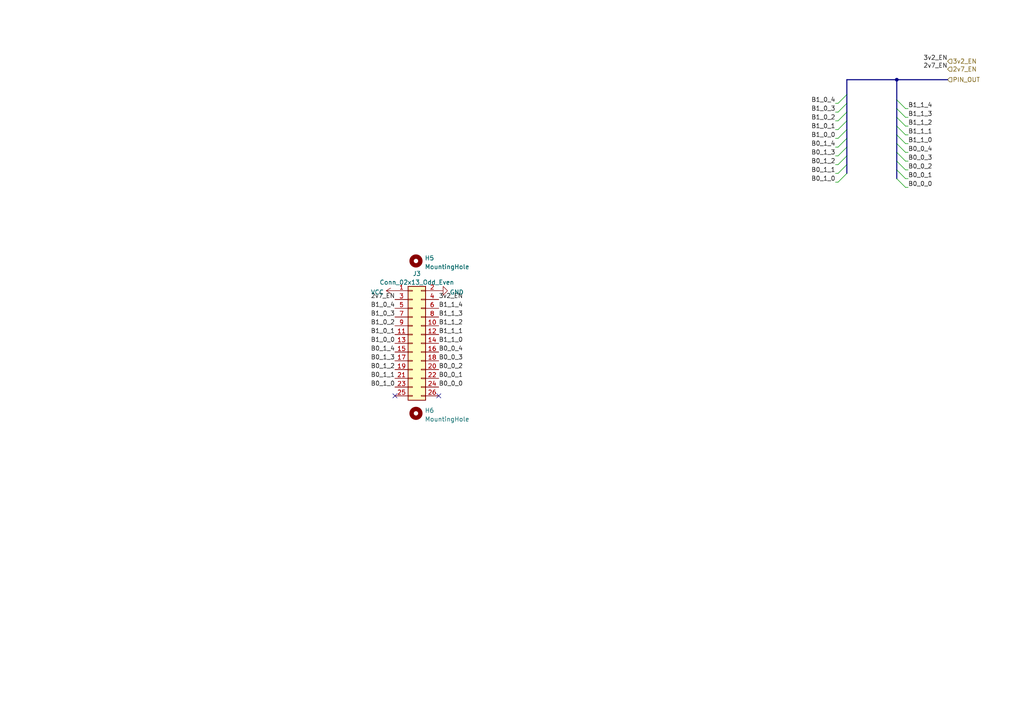
<source format=kicad_sch>
(kicad_sch (version 20211123) (generator eeschema)

  (uuid 142e6b22-1560-416e-8f96-333adb03842e)

  (paper "A4")

  (lib_symbols
    (symbol "Connector_Generic:Conn_02x13_Odd_Even" (pin_names (offset 1.016) hide) (in_bom yes) (on_board yes)
      (property "Reference" "J" (id 0) (at 1.27 17.78 0)
        (effects (font (size 1.27 1.27)))
      )
      (property "Value" "Conn_02x13_Odd_Even" (id 1) (at 1.27 -17.78 0)
        (effects (font (size 1.27 1.27)))
      )
      (property "Footprint" "" (id 2) (at 0 0 0)
        (effects (font (size 1.27 1.27)) hide)
      )
      (property "Datasheet" "~" (id 3) (at 0 0 0)
        (effects (font (size 1.27 1.27)) hide)
      )
      (property "ki_keywords" "connector" (id 4) (at 0 0 0)
        (effects (font (size 1.27 1.27)) hide)
      )
      (property "ki_description" "Generic connector, double row, 02x13, odd/even pin numbering scheme (row 1 odd numbers, row 2 even numbers), script generated (kicad-library-utils/schlib/autogen/connector/)" (id 5) (at 0 0 0)
        (effects (font (size 1.27 1.27)) hide)
      )
      (property "ki_fp_filters" "Connector*:*_2x??_*" (id 6) (at 0 0 0)
        (effects (font (size 1.27 1.27)) hide)
      )
      (symbol "Conn_02x13_Odd_Even_1_1"
        (rectangle (start -1.27 -15.113) (end 0 -15.367)
          (stroke (width 0.1524) (type default) (color 0 0 0 0))
          (fill (type none))
        )
        (rectangle (start -1.27 -12.573) (end 0 -12.827)
          (stroke (width 0.1524) (type default) (color 0 0 0 0))
          (fill (type none))
        )
        (rectangle (start -1.27 -10.033) (end 0 -10.287)
          (stroke (width 0.1524) (type default) (color 0 0 0 0))
          (fill (type none))
        )
        (rectangle (start -1.27 -7.493) (end 0 -7.747)
          (stroke (width 0.1524) (type default) (color 0 0 0 0))
          (fill (type none))
        )
        (rectangle (start -1.27 -4.953) (end 0 -5.207)
          (stroke (width 0.1524) (type default) (color 0 0 0 0))
          (fill (type none))
        )
        (rectangle (start -1.27 -2.413) (end 0 -2.667)
          (stroke (width 0.1524) (type default) (color 0 0 0 0))
          (fill (type none))
        )
        (rectangle (start -1.27 0.127) (end 0 -0.127)
          (stroke (width 0.1524) (type default) (color 0 0 0 0))
          (fill (type none))
        )
        (rectangle (start -1.27 2.667) (end 0 2.413)
          (stroke (width 0.1524) (type default) (color 0 0 0 0))
          (fill (type none))
        )
        (rectangle (start -1.27 5.207) (end 0 4.953)
          (stroke (width 0.1524) (type default) (color 0 0 0 0))
          (fill (type none))
        )
        (rectangle (start -1.27 7.747) (end 0 7.493)
          (stroke (width 0.1524) (type default) (color 0 0 0 0))
          (fill (type none))
        )
        (rectangle (start -1.27 10.287) (end 0 10.033)
          (stroke (width 0.1524) (type default) (color 0 0 0 0))
          (fill (type none))
        )
        (rectangle (start -1.27 12.827) (end 0 12.573)
          (stroke (width 0.1524) (type default) (color 0 0 0 0))
          (fill (type none))
        )
        (rectangle (start -1.27 15.367) (end 0 15.113)
          (stroke (width 0.1524) (type default) (color 0 0 0 0))
          (fill (type none))
        )
        (rectangle (start -1.27 16.51) (end 3.81 -16.51)
          (stroke (width 0.254) (type default) (color 0 0 0 0))
          (fill (type background))
        )
        (rectangle (start 3.81 -15.113) (end 2.54 -15.367)
          (stroke (width 0.1524) (type default) (color 0 0 0 0))
          (fill (type none))
        )
        (rectangle (start 3.81 -12.573) (end 2.54 -12.827)
          (stroke (width 0.1524) (type default) (color 0 0 0 0))
          (fill (type none))
        )
        (rectangle (start 3.81 -10.033) (end 2.54 -10.287)
          (stroke (width 0.1524) (type default) (color 0 0 0 0))
          (fill (type none))
        )
        (rectangle (start 3.81 -7.493) (end 2.54 -7.747)
          (stroke (width 0.1524) (type default) (color 0 0 0 0))
          (fill (type none))
        )
        (rectangle (start 3.81 -4.953) (end 2.54 -5.207)
          (stroke (width 0.1524) (type default) (color 0 0 0 0))
          (fill (type none))
        )
        (rectangle (start 3.81 -2.413) (end 2.54 -2.667)
          (stroke (width 0.1524) (type default) (color 0 0 0 0))
          (fill (type none))
        )
        (rectangle (start 3.81 0.127) (end 2.54 -0.127)
          (stroke (width 0.1524) (type default) (color 0 0 0 0))
          (fill (type none))
        )
        (rectangle (start 3.81 2.667) (end 2.54 2.413)
          (stroke (width 0.1524) (type default) (color 0 0 0 0))
          (fill (type none))
        )
        (rectangle (start 3.81 5.207) (end 2.54 4.953)
          (stroke (width 0.1524) (type default) (color 0 0 0 0))
          (fill (type none))
        )
        (rectangle (start 3.81 7.747) (end 2.54 7.493)
          (stroke (width 0.1524) (type default) (color 0 0 0 0))
          (fill (type none))
        )
        (rectangle (start 3.81 10.287) (end 2.54 10.033)
          (stroke (width 0.1524) (type default) (color 0 0 0 0))
          (fill (type none))
        )
        (rectangle (start 3.81 12.827) (end 2.54 12.573)
          (stroke (width 0.1524) (type default) (color 0 0 0 0))
          (fill (type none))
        )
        (rectangle (start 3.81 15.367) (end 2.54 15.113)
          (stroke (width 0.1524) (type default) (color 0 0 0 0))
          (fill (type none))
        )
        (pin passive line (at -5.08 15.24 0) (length 3.81)
          (name "Pin_1" (effects (font (size 1.27 1.27))))
          (number "1" (effects (font (size 1.27 1.27))))
        )
        (pin passive line (at 7.62 5.08 180) (length 3.81)
          (name "Pin_10" (effects (font (size 1.27 1.27))))
          (number "10" (effects (font (size 1.27 1.27))))
        )
        (pin passive line (at -5.08 2.54 0) (length 3.81)
          (name "Pin_11" (effects (font (size 1.27 1.27))))
          (number "11" (effects (font (size 1.27 1.27))))
        )
        (pin passive line (at 7.62 2.54 180) (length 3.81)
          (name "Pin_12" (effects (font (size 1.27 1.27))))
          (number "12" (effects (font (size 1.27 1.27))))
        )
        (pin passive line (at -5.08 0 0) (length 3.81)
          (name "Pin_13" (effects (font (size 1.27 1.27))))
          (number "13" (effects (font (size 1.27 1.27))))
        )
        (pin passive line (at 7.62 0 180) (length 3.81)
          (name "Pin_14" (effects (font (size 1.27 1.27))))
          (number "14" (effects (font (size 1.27 1.27))))
        )
        (pin passive line (at -5.08 -2.54 0) (length 3.81)
          (name "Pin_15" (effects (font (size 1.27 1.27))))
          (number "15" (effects (font (size 1.27 1.27))))
        )
        (pin passive line (at 7.62 -2.54 180) (length 3.81)
          (name "Pin_16" (effects (font (size 1.27 1.27))))
          (number "16" (effects (font (size 1.27 1.27))))
        )
        (pin passive line (at -5.08 -5.08 0) (length 3.81)
          (name "Pin_17" (effects (font (size 1.27 1.27))))
          (number "17" (effects (font (size 1.27 1.27))))
        )
        (pin passive line (at 7.62 -5.08 180) (length 3.81)
          (name "Pin_18" (effects (font (size 1.27 1.27))))
          (number "18" (effects (font (size 1.27 1.27))))
        )
        (pin passive line (at -5.08 -7.62 0) (length 3.81)
          (name "Pin_19" (effects (font (size 1.27 1.27))))
          (number "19" (effects (font (size 1.27 1.27))))
        )
        (pin passive line (at 7.62 15.24 180) (length 3.81)
          (name "Pin_2" (effects (font (size 1.27 1.27))))
          (number "2" (effects (font (size 1.27 1.27))))
        )
        (pin passive line (at 7.62 -7.62 180) (length 3.81)
          (name "Pin_20" (effects (font (size 1.27 1.27))))
          (number "20" (effects (font (size 1.27 1.27))))
        )
        (pin passive line (at -5.08 -10.16 0) (length 3.81)
          (name "Pin_21" (effects (font (size 1.27 1.27))))
          (number "21" (effects (font (size 1.27 1.27))))
        )
        (pin passive line (at 7.62 -10.16 180) (length 3.81)
          (name "Pin_22" (effects (font (size 1.27 1.27))))
          (number "22" (effects (font (size 1.27 1.27))))
        )
        (pin passive line (at -5.08 -12.7 0) (length 3.81)
          (name "Pin_23" (effects (font (size 1.27 1.27))))
          (number "23" (effects (font (size 1.27 1.27))))
        )
        (pin passive line (at 7.62 -12.7 180) (length 3.81)
          (name "Pin_24" (effects (font (size 1.27 1.27))))
          (number "24" (effects (font (size 1.27 1.27))))
        )
        (pin passive line (at -5.08 -15.24 0) (length 3.81)
          (name "Pin_25" (effects (font (size 1.27 1.27))))
          (number "25" (effects (font (size 1.27 1.27))))
        )
        (pin passive line (at 7.62 -15.24 180) (length 3.81)
          (name "Pin_26" (effects (font (size 1.27 1.27))))
          (number "26" (effects (font (size 1.27 1.27))))
        )
        (pin passive line (at -5.08 12.7 0) (length 3.81)
          (name "Pin_3" (effects (font (size 1.27 1.27))))
          (number "3" (effects (font (size 1.27 1.27))))
        )
        (pin passive line (at 7.62 12.7 180) (length 3.81)
          (name "Pin_4" (effects (font (size 1.27 1.27))))
          (number "4" (effects (font (size 1.27 1.27))))
        )
        (pin passive line (at -5.08 10.16 0) (length 3.81)
          (name "Pin_5" (effects (font (size 1.27 1.27))))
          (number "5" (effects (font (size 1.27 1.27))))
        )
        (pin passive line (at 7.62 10.16 180) (length 3.81)
          (name "Pin_6" (effects (font (size 1.27 1.27))))
          (number "6" (effects (font (size 1.27 1.27))))
        )
        (pin passive line (at -5.08 7.62 0) (length 3.81)
          (name "Pin_7" (effects (font (size 1.27 1.27))))
          (number "7" (effects (font (size 1.27 1.27))))
        )
        (pin passive line (at 7.62 7.62 180) (length 3.81)
          (name "Pin_8" (effects (font (size 1.27 1.27))))
          (number "8" (effects (font (size 1.27 1.27))))
        )
        (pin passive line (at -5.08 5.08 0) (length 3.81)
          (name "Pin_9" (effects (font (size 1.27 1.27))))
          (number "9" (effects (font (size 1.27 1.27))))
        )
      )
    )
    (symbol "Mechanical:MountingHole" (pin_names (offset 1.016)) (in_bom yes) (on_board yes)
      (property "Reference" "H" (id 0) (at 0 5.08 0)
        (effects (font (size 1.27 1.27)))
      )
      (property "Value" "MountingHole" (id 1) (at 0 3.175 0)
        (effects (font (size 1.27 1.27)))
      )
      (property "Footprint" "" (id 2) (at 0 0 0)
        (effects (font (size 1.27 1.27)) hide)
      )
      (property "Datasheet" "~" (id 3) (at 0 0 0)
        (effects (font (size 1.27 1.27)) hide)
      )
      (property "ki_keywords" "mounting hole" (id 4) (at 0 0 0)
        (effects (font (size 1.27 1.27)) hide)
      )
      (property "ki_description" "Mounting Hole without connection" (id 5) (at 0 0 0)
        (effects (font (size 1.27 1.27)) hide)
      )
      (property "ki_fp_filters" "MountingHole*" (id 6) (at 0 0 0)
        (effects (font (size 1.27 1.27)) hide)
      )
      (symbol "MountingHole_0_1"
        (circle (center 0 0) (radius 1.27)
          (stroke (width 1.27) (type default) (color 0 0 0 0))
          (fill (type none))
        )
      )
    )
    (symbol "power:GND" (power) (pin_names (offset 0)) (in_bom yes) (on_board yes)
      (property "Reference" "#PWR" (id 0) (at 0 -6.35 0)
        (effects (font (size 1.27 1.27)) hide)
      )
      (property "Value" "GND" (id 1) (at 0 -3.81 0)
        (effects (font (size 1.27 1.27)))
      )
      (property "Footprint" "" (id 2) (at 0 0 0)
        (effects (font (size 1.27 1.27)) hide)
      )
      (property "Datasheet" "" (id 3) (at 0 0 0)
        (effects (font (size 1.27 1.27)) hide)
      )
      (property "ki_keywords" "power-flag" (id 4) (at 0 0 0)
        (effects (font (size 1.27 1.27)) hide)
      )
      (property "ki_description" "Power symbol creates a global label with name \"GND\" , ground" (id 5) (at 0 0 0)
        (effects (font (size 1.27 1.27)) hide)
      )
      (symbol "GND_0_1"
        (polyline
          (pts
            (xy 0 0)
            (xy 0 -1.27)
            (xy 1.27 -1.27)
            (xy 0 -2.54)
            (xy -1.27 -1.27)
            (xy 0 -1.27)
          )
          (stroke (width 0) (type default) (color 0 0 0 0))
          (fill (type none))
        )
      )
      (symbol "GND_1_1"
        (pin power_in line (at 0 0 270) (length 0) hide
          (name "GND" (effects (font (size 1.27 1.27))))
          (number "1" (effects (font (size 1.27 1.27))))
        )
      )
    )
    (symbol "power:VCC" (power) (pin_names (offset 0)) (in_bom yes) (on_board yes)
      (property "Reference" "#PWR" (id 0) (at 0 -3.81 0)
        (effects (font (size 1.27 1.27)) hide)
      )
      (property "Value" "VCC" (id 1) (at 0 3.81 0)
        (effects (font (size 1.27 1.27)))
      )
      (property "Footprint" "" (id 2) (at 0 0 0)
        (effects (font (size 1.27 1.27)) hide)
      )
      (property "Datasheet" "" (id 3) (at 0 0 0)
        (effects (font (size 1.27 1.27)) hide)
      )
      (property "ki_keywords" "power-flag" (id 4) (at 0 0 0)
        (effects (font (size 1.27 1.27)) hide)
      )
      (property "ki_description" "Power symbol creates a global label with name \"VCC\"" (id 5) (at 0 0 0)
        (effects (font (size 1.27 1.27)) hide)
      )
      (symbol "VCC_0_1"
        (polyline
          (pts
            (xy -0.762 1.27)
            (xy 0 2.54)
          )
          (stroke (width 0) (type default) (color 0 0 0 0))
          (fill (type none))
        )
        (polyline
          (pts
            (xy 0 0)
            (xy 0 2.54)
          )
          (stroke (width 0) (type default) (color 0 0 0 0))
          (fill (type none))
        )
        (polyline
          (pts
            (xy 0 2.54)
            (xy 0.762 1.27)
          )
          (stroke (width 0) (type default) (color 0 0 0 0))
          (fill (type none))
        )
      )
      (symbol "VCC_1_1"
        (pin power_in line (at 0 0 90) (length 0) hide
          (name "VCC" (effects (font (size 1.27 1.27))))
          (number "1" (effects (font (size 1.27 1.27))))
        )
      )
    )
  )

  (junction (at 260.096 23.114) (diameter 0) (color 0 0 0 0)
    (uuid 1884e1dd-3744-44ac-b634-36dd4dec07ac)
  )

  (no_connect (at 114.554 114.808) (uuid 52a1cdd6-1c8d-4492-a378-12d57dec3967))
  (no_connect (at 127.254 114.808) (uuid ae9e461d-2308-4652-a446-cb09adfaed80))

  (bus_entry (at 243.078 45.212) (size 2.54 -2.54)
    (stroke (width 0) (type default) (color 0 0 0 0))
    (uuid 10677ba4-cee5-4183-a9ae-dce524677196)
  )
  (bus_entry (at 243.078 52.832) (size 2.54 -2.54)
    (stroke (width 0) (type default) (color 0 0 0 0))
    (uuid 23b22211-0ef1-4c53-b00d-2e8827507666)
  )
  (bus_entry (at 262.636 46.736) (size -2.54 -2.54)
    (stroke (width 0) (type default) (color 0 0 0 0))
    (uuid 2a5476cb-2261-4303-b2c6-6715b4ceb41d)
  )
  (bus_entry (at 262.636 49.276) (size -2.54 -2.54)
    (stroke (width 0) (type default) (color 0 0 0 0))
    (uuid 3f045153-147a-4d94-a7d3-a6072b1413bd)
  )
  (bus_entry (at 243.078 42.672) (size 2.54 -2.54)
    (stroke (width 0) (type default) (color 0 0 0 0))
    (uuid 53065c8a-065e-43c5-a931-87c786ac02d6)
  )
  (bus_entry (at 262.636 44.196) (size -2.54 -2.54)
    (stroke (width 0) (type default) (color 0 0 0 0))
    (uuid 6cee6570-1a86-4496-9557-e7836d6ec85f)
  )
  (bus_entry (at 243.078 40.132) (size 2.54 -2.54)
    (stroke (width 0) (type default) (color 0 0 0 0))
    (uuid 75e49f1d-b1e2-47e4-aeb1-592f43568ddd)
  )
  (bus_entry (at 243.078 29.972) (size 2.54 -2.54)
    (stroke (width 0) (type default) (color 0 0 0 0))
    (uuid 7731d056-b83e-4ee8-a3f5-f2537686e1ab)
  )
  (bus_entry (at 243.078 50.292) (size 2.54 -2.54)
    (stroke (width 0) (type default) (color 0 0 0 0))
    (uuid 83c2d06d-8ed5-4941-88c1-9709a840a1a2)
  )
  (bus_entry (at 243.078 37.592) (size 2.54 -2.54)
    (stroke (width 0) (type default) (color 0 0 0 0))
    (uuid 8763d9ee-0f37-4e71-9fdf-f8f4e6c5e7ea)
  )
  (bus_entry (at 262.636 36.576) (size -2.54 -2.54)
    (stroke (width 0) (type default) (color 0 0 0 0))
    (uuid 8af033b8-1468-431d-9a0d-49db88a214fc)
  )
  (bus_entry (at 262.636 41.656) (size -2.54 -2.54)
    (stroke (width 0) (type default) (color 0 0 0 0))
    (uuid a14d0547-2c95-4149-8537-a9a0cd16c9cb)
  )
  (bus_entry (at 262.636 34.036) (size -2.54 -2.54)
    (stroke (width 0) (type default) (color 0 0 0 0))
    (uuid ac5eb913-698e-4140-8847-8cedb67f5d80)
  )
  (bus_entry (at 243.078 32.512) (size 2.54 -2.54)
    (stroke (width 0) (type default) (color 0 0 0 0))
    (uuid b8c42fd4-f7ec-47ca-b166-2c2b0533ecd9)
  )
  (bus_entry (at 262.636 39.116) (size -2.54 -2.54)
    (stroke (width 0) (type default) (color 0 0 0 0))
    (uuid cd0833c8-d036-4f9c-beae-49bccf184dd9)
  )
  (bus_entry (at 243.078 35.052) (size 2.54 -2.54)
    (stroke (width 0) (type default) (color 0 0 0 0))
    (uuid d14d2bef-fd0d-409b-add0-72bd09a47f18)
  )
  (bus_entry (at 262.636 31.496) (size -2.54 -2.54)
    (stroke (width 0) (type default) (color 0 0 0 0))
    (uuid d2b2c387-2c5d-4101-8521-698b69c5fe8e)
  )
  (bus_entry (at 243.078 47.752) (size 2.54 -2.54)
    (stroke (width 0) (type default) (color 0 0 0 0))
    (uuid d417a498-7481-4d63-92dd-eb7b2e6f1869)
  )
  (bus_entry (at 262.636 51.816) (size -2.54 -2.54)
    (stroke (width 0) (type default) (color 0 0 0 0))
    (uuid d7e0333b-53db-4256-b7d1-8d005faa8116)
  )
  (bus_entry (at 262.636 54.356) (size -2.54 -2.54)
    (stroke (width 0) (type default) (color 0 0 0 0))
    (uuid e5e2bbe1-1d8e-48e6-9bed-81a4330fd549)
  )

  (bus (pts (xy 260.096 49.276) (xy 260.096 51.816))
    (stroke (width 0) (type default) (color 0 0 0 0))
    (uuid 11e6b0fc-17a7-4e3a-b3c7-a824084c9922)
  )
  (bus (pts (xy 260.096 39.116) (xy 260.096 41.656))
    (stroke (width 0) (type default) (color 0 0 0 0))
    (uuid 188391f4-e9c5-4384-9c6c-8d6fd2ed454a)
  )

  (wire (pts (xy 262.636 34.036) (xy 263.398 34.036))
    (stroke (width 0) (type default) (color 0 0 0 0))
    (uuid 19f0df4c-a326-4ce5-aeb8-cc037a8af39e)
  )
  (wire (pts (xy 242.316 37.592) (xy 243.078 37.592))
    (stroke (width 0) (type default) (color 0 0 0 0))
    (uuid 255428a3-83b4-4df5-b7db-311ee39c8832)
  )
  (bus (pts (xy 260.096 41.656) (xy 260.096 44.196))
    (stroke (width 0) (type default) (color 0 0 0 0))
    (uuid 29d0c1f8-2878-4e7d-bd95-9eec6a88f768)
  )
  (bus (pts (xy 245.618 47.752) (xy 245.618 50.292))
    (stroke (width 0) (type default) (color 0 0 0 0))
    (uuid 372d9bbe-db5c-4e41-96f3-352f5e8a277d)
  )

  (wire (pts (xy 262.636 39.116) (xy 263.398 39.116))
    (stroke (width 0) (type default) (color 0 0 0 0))
    (uuid 37e8114e-d406-404a-8ee4-359f2469c222)
  )
  (bus (pts (xy 260.096 23.114) (xy 260.096 28.956))
    (stroke (width 0) (type default) (color 0 0 0 0))
    (uuid 3ab3bd14-04bd-4567-85e7-6c6f913c4292)
  )
  (bus (pts (xy 260.096 31.496) (xy 260.096 34.036))
    (stroke (width 0) (type default) (color 0 0 0 0))
    (uuid 3df3ce0a-eb4e-42ea-a0ed-b16912a69c08)
  )
  (bus (pts (xy 245.618 37.592) (xy 245.618 40.132))
    (stroke (width 0) (type default) (color 0 0 0 0))
    (uuid 4baee73f-8592-45b6-9ef3-5f11ed72cf8f)
  )
  (bus (pts (xy 245.618 32.512) (xy 245.618 35.052))
    (stroke (width 0) (type default) (color 0 0 0 0))
    (uuid 4f6c5754-3ff8-4b8e-aaee-fc5894b4d1c8)
  )
  (bus (pts (xy 260.096 23.114) (xy 274.828 23.114))
    (stroke (width 0) (type default) (color 0 0 0 0))
    (uuid 5091a5e1-ba8e-4aa2-9a42-a5defb04f4b9)
  )

  (wire (pts (xy 242.316 35.052) (xy 243.078 35.052))
    (stroke (width 0) (type default) (color 0 0 0 0))
    (uuid 50aee60d-2260-403f-831c-81d5ce6249e5)
  )
  (bus (pts (xy 245.618 42.672) (xy 245.618 45.212))
    (stroke (width 0) (type default) (color 0 0 0 0))
    (uuid 5f78a44f-ead0-41ef-bfbf-5061e509810e)
  )

  (wire (pts (xy 242.316 40.132) (xy 243.078 40.132))
    (stroke (width 0) (type default) (color 0 0 0 0))
    (uuid 5f939675-96bf-43d2-ae89-69541d6c0e90)
  )
  (wire (pts (xy 242.316 52.832) (xy 243.078 52.832))
    (stroke (width 0) (type default) (color 0 0 0 0))
    (uuid 60a51b34-afcd-4864-9b46-004f041ce6be)
  )
  (wire (pts (xy 262.636 36.576) (xy 263.398 36.576))
    (stroke (width 0) (type default) (color 0 0 0 0))
    (uuid 6a1d423a-d67f-42c4-9eee-9cf0744f281b)
  )
  (wire (pts (xy 262.636 49.276) (xy 263.398 49.276))
    (stroke (width 0) (type default) (color 0 0 0 0))
    (uuid 6db1e17f-1a94-4794-90f9-c7060050a2d8)
  )
  (bus (pts (xy 245.618 27.432) (xy 245.618 29.972))
    (stroke (width 0) (type default) (color 0 0 0 0))
    (uuid 6e0aefde-2ddd-4434-b974-8f126dce88e1)
  )

  (wire (pts (xy 242.316 45.212) (xy 243.078 45.212))
    (stroke (width 0) (type default) (color 0 0 0 0))
    (uuid 87357f2b-ca3b-4301-9992-946c81fb6b26)
  )
  (wire (pts (xy 262.636 54.356) (xy 263.398 54.356))
    (stroke (width 0) (type default) (color 0 0 0 0))
    (uuid 89f3f6fc-7716-4c8b-af8d-b2b8e30d5a3c)
  )
  (wire (pts (xy 262.636 44.196) (xy 263.398 44.196))
    (stroke (width 0) (type default) (color 0 0 0 0))
    (uuid 8db0ca53-3992-4742-b5fa-0799ffaf1ed8)
  )
  (wire (pts (xy 242.316 32.512) (xy 243.078 32.512))
    (stroke (width 0) (type default) (color 0 0 0 0))
    (uuid 8f924053-b070-4f99-aa04-8f70be526869)
  )
  (wire (pts (xy 242.316 29.972) (xy 243.078 29.972))
    (stroke (width 0) (type default) (color 0 0 0 0))
    (uuid 95973c5b-3372-4f57-b145-63712b7a1aa2)
  )
  (bus (pts (xy 245.618 45.212) (xy 245.618 47.752))
    (stroke (width 0) (type default) (color 0 0 0 0))
    (uuid a02346e7-b8e8-4bd8-953a-08b45c4310cd)
  )

  (wire (pts (xy 262.636 51.816) (xy 263.398 51.816))
    (stroke (width 0) (type default) (color 0 0 0 0))
    (uuid a1979123-2db2-4636-a010-9d0562359f5b)
  )
  (bus (pts (xy 245.618 29.972) (xy 245.618 32.512))
    (stroke (width 0) (type default) (color 0 0 0 0))
    (uuid a2410460-9ae7-4dde-859f-917cfef00b92)
  )

  (wire (pts (xy 262.636 31.496) (xy 263.398 31.496))
    (stroke (width 0) (type default) (color 0 0 0 0))
    (uuid af681efd-c3d9-4fa8-a988-bf470bbfee68)
  )
  (wire (pts (xy 242.316 50.292) (xy 243.078 50.292))
    (stroke (width 0) (type default) (color 0 0 0 0))
    (uuid afd0e9a3-4d23-4ed3-865b-ce664bf10b99)
  )
  (bus (pts (xy 245.618 23.114) (xy 245.618 27.432))
    (stroke (width 0) (type default) (color 0 0 0 0))
    (uuid b2a8819c-e4e5-4b7f-8e61-b6a484633e5f)
  )
  (bus (pts (xy 245.618 40.132) (xy 245.618 42.672))
    (stroke (width 0) (type default) (color 0 0 0 0))
    (uuid b4b9658a-e9b8-4aa0-ba7a-35055d88a21b)
  )
  (bus (pts (xy 245.618 35.052) (xy 245.618 37.592))
    (stroke (width 0) (type default) (color 0 0 0 0))
    (uuid bddaf85e-3e2b-4f27-9eae-0151870c6afb)
  )

  (wire (pts (xy 242.316 47.752) (xy 243.078 47.752))
    (stroke (width 0) (type default) (color 0 0 0 0))
    (uuid c54ce7be-1855-437a-953e-519249232da3)
  )
  (wire (pts (xy 242.316 42.672) (xy 243.078 42.672))
    (stroke (width 0) (type default) (color 0 0 0 0))
    (uuid c658f2e1-bf12-4c83-8d5c-d72771a0a2d5)
  )
  (bus (pts (xy 245.618 23.114) (xy 260.096 23.114))
    (stroke (width 0) (type default) (color 0 0 0 0))
    (uuid d2cbd9f4-5591-4ec5-ae0e-6b9ea25e6de0)
  )
  (bus (pts (xy 260.096 36.576) (xy 260.096 39.116))
    (stroke (width 0) (type default) (color 0 0 0 0))
    (uuid d8098f05-45ed-40bf-ab3d-1c0b78b1d28d)
  )

  (wire (pts (xy 262.636 41.656) (xy 263.398 41.656))
    (stroke (width 0) (type default) (color 0 0 0 0))
    (uuid dd6f609f-91ab-4cf7-871e-832cc10ec9bd)
  )
  (bus (pts (xy 260.096 28.956) (xy 260.096 31.496))
    (stroke (width 0) (type default) (color 0 0 0 0))
    (uuid e37ead6b-9e02-4bd7-aac1-26ebb7d4dc7e)
  )

  (wire (pts (xy 262.636 46.736) (xy 263.398 46.736))
    (stroke (width 0) (type default) (color 0 0 0 0))
    (uuid e5a776e5-0988-42b1-9bf0-df9d73684a87)
  )
  (bus (pts (xy 260.096 46.736) (xy 260.096 49.276))
    (stroke (width 0) (type default) (color 0 0 0 0))
    (uuid f6fb38c4-2fd5-43c7-8623-8ab40eab800b)
  )
  (bus (pts (xy 260.096 44.196) (xy 260.096 46.736))
    (stroke (width 0) (type default) (color 0 0 0 0))
    (uuid f7ab2d29-f190-45bb-9e62-35164947de60)
  )
  (bus (pts (xy 260.096 34.036) (xy 260.096 36.576))
    (stroke (width 0) (type default) (color 0 0 0 0))
    (uuid f8df6be2-fe39-4ec5-82c0-2fb2d96d84f0)
  )

  (label "B1_1_0" (at 263.398 41.656 0)
    (effects (font (size 1.27 1.27)) (justify left bottom))
    (uuid 085e5afc-67ab-4f1f-87c4-8da946fe2280)
  )
  (label "B0_1_2" (at 242.316 47.752 180)
    (effects (font (size 1.27 1.27)) (justify right bottom))
    (uuid 120050ac-9ef4-4eb4-aa40-eb3d1fc4a99f)
  )
  (label "B0_1_4" (at 242.316 42.672 180)
    (effects (font (size 1.27 1.27)) (justify right bottom))
    (uuid 14b54580-d109-49c3-9c8d-9d219e0a4e59)
  )
  (label "B0_1_3" (at 114.554 104.648 180)
    (effects (font (size 1.27 1.27)) (justify right bottom))
    (uuid 15bfe96a-89a9-40d8-be22-1641d6697e56)
  )
  (label "B1_1_4" (at 127.254 89.408 0)
    (effects (font (size 1.27 1.27)) (justify left bottom))
    (uuid 17df619b-6b4d-4302-a550-268dacb597a9)
  )
  (label "B0_0_0" (at 263.398 54.356 0)
    (effects (font (size 1.27 1.27)) (justify left bottom))
    (uuid 19d9f771-af33-4880-bc9f-0ddc59d5c434)
  )
  (label "B0_0_2" (at 127.254 107.188 0)
    (effects (font (size 1.27 1.27)) (justify left bottom))
    (uuid 2249c979-6fdf-4669-88e7-dc424a6c7b72)
  )
  (label "B1_1_3" (at 263.398 34.036 0)
    (effects (font (size 1.27 1.27)) (justify left bottom))
    (uuid 291d5611-20b9-4b61-9228-1773a3e73996)
  )
  (label "B0_0_0" (at 127.254 112.268 0)
    (effects (font (size 1.27 1.27)) (justify left bottom))
    (uuid 2e1a79b3-6b41-4dfe-bf84-2d177df4e4ff)
  )
  (label "B0_1_4" (at 114.554 102.108 180)
    (effects (font (size 1.27 1.27)) (justify right bottom))
    (uuid 31633bc5-5fff-461b-92b7-1ed62e74e761)
  )
  (label "B1_1_0" (at 127.254 99.568 0)
    (effects (font (size 1.27 1.27)) (justify left bottom))
    (uuid 342ff9a0-c05c-41ad-82bb-32485d9c5054)
  )
  (label "B1_0_1" (at 242.316 37.592 180)
    (effects (font (size 1.27 1.27)) (justify right bottom))
    (uuid 407187d1-cd8c-4ea6-bd60-08be585ced8a)
  )
  (label "B1_1_1" (at 127.254 97.028 0)
    (effects (font (size 1.27 1.27)) (justify left bottom))
    (uuid 4beecbbd-ab54-4889-bd9a-21fdeb5bb2fa)
  )
  (label "2v7_EN" (at 114.554 86.868 180)
    (effects (font (size 1.27 1.27)) (justify right bottom))
    (uuid 59771436-09d9-40f4-8503-95255a37ec15)
  )
  (label "B1_0_0" (at 242.316 40.132 180)
    (effects (font (size 1.27 1.27)) (justify right bottom))
    (uuid 623c2ee7-0afa-4853-bab0-9b4f2ceca15b)
  )
  (label "B1_0_1" (at 114.554 97.028 180)
    (effects (font (size 1.27 1.27)) (justify right bottom))
    (uuid 625d9c42-3cd3-46c4-a702-29d0d27d08e9)
  )
  (label "B0_0_2" (at 263.398 49.276 0)
    (effects (font (size 1.27 1.27)) (justify left bottom))
    (uuid 6bb26f6e-b314-4734-b9b0-8df59ece397b)
  )
  (label "B1_0_4" (at 114.554 89.408 180)
    (effects (font (size 1.27 1.27)) (justify right bottom))
    (uuid 71e28d79-f8da-489a-8dd2-c1c5117cddc9)
  )
  (label "B1_0_4" (at 242.316 29.972 180)
    (effects (font (size 1.27 1.27)) (justify right bottom))
    (uuid 7a59e5c9-5827-4d15-9edb-eb20de19de7b)
  )
  (label "B1_0_3" (at 242.316 32.512 180)
    (effects (font (size 1.27 1.27)) (justify right bottom))
    (uuid 7a919878-a97b-4512-a5de-7357ce26deb1)
  )
  (label "B0_1_1" (at 242.316 50.292 180)
    (effects (font (size 1.27 1.27)) (justify right bottom))
    (uuid 7b0ce35d-f61e-4924-a800-d7ae11183fe5)
  )
  (label "2v7_EN" (at 274.828 20.066 180)
    (effects (font (size 1.27 1.27)) (justify right bottom))
    (uuid 7b4a5cf0-249b-484d-bf3e-fb2f449f76f6)
  )
  (label "B0_1_1" (at 114.554 109.728 180)
    (effects (font (size 1.27 1.27)) (justify right bottom))
    (uuid 820b2ca2-cf9e-4fff-a992-5e2af7148909)
  )
  (label "B0_1_2" (at 114.554 107.188 180)
    (effects (font (size 1.27 1.27)) (justify right bottom))
    (uuid 82ed2c3a-9119-485b-8bf9-cef8d8dcb471)
  )
  (label "B0_1_0" (at 114.554 112.268 180)
    (effects (font (size 1.27 1.27)) (justify right bottom))
    (uuid 8571d2a5-ca93-4704-a218-7a90d68cbf09)
  )
  (label "B1_0_0" (at 114.554 99.568 180)
    (effects (font (size 1.27 1.27)) (justify right bottom))
    (uuid 8852d06f-b97b-47bd-b4b9-35f9ed07b7fa)
  )
  (label "B1_1_4" (at 263.398 31.496 0)
    (effects (font (size 1.27 1.27)) (justify left bottom))
    (uuid 9482e699-076b-4945-9557-13c65b596e09)
  )
  (label "3v2_EN" (at 274.828 17.78 180)
    (effects (font (size 1.27 1.27)) (justify right bottom))
    (uuid a04ee576-5a75-486f-b830-89c23546b96d)
  )
  (label "B0_0_3" (at 127.254 104.648 0)
    (effects (font (size 1.27 1.27)) (justify left bottom))
    (uuid a0529d68-81a6-4493-8ece-05d742d090c9)
  )
  (label "B1_0_3" (at 114.554 91.948 180)
    (effects (font (size 1.27 1.27)) (justify right bottom))
    (uuid a14c57bf-5083-4cbb-afc2-a961b8b053bb)
  )
  (label "B0_0_1" (at 263.398 51.816 0)
    (effects (font (size 1.27 1.27)) (justify left bottom))
    (uuid a40a0352-8d8d-474c-ad90-29a9d8e8774f)
  )
  (label "B1_1_3" (at 127.254 91.948 0)
    (effects (font (size 1.27 1.27)) (justify left bottom))
    (uuid b4d26302-9670-49a7-a6c6-748c06963408)
  )
  (label "B1_1_2" (at 263.398 36.576 0)
    (effects (font (size 1.27 1.27)) (justify left bottom))
    (uuid b57afc82-fd87-4290-b50f-2be4b849a6e1)
  )
  (label "B0_1_0" (at 242.316 52.832 180)
    (effects (font (size 1.27 1.27)) (justify right bottom))
    (uuid ba83ebec-e8c8-4761-af07-101869665c49)
  )
  (label "B1_0_2" (at 114.554 94.488 180)
    (effects (font (size 1.27 1.27)) (justify right bottom))
    (uuid bc1fb2b7-8344-4662-b2a0-dec9292fe7cb)
  )
  (label "3v2_EN" (at 127.254 86.868 0)
    (effects (font (size 1.27 1.27)) (justify left bottom))
    (uuid c20e26b6-f376-4434-90d3-03d153f0d668)
  )
  (label "B1_0_2" (at 242.316 35.052 180)
    (effects (font (size 1.27 1.27)) (justify right bottom))
    (uuid cf0171cb-4a89-4af9-a56e-bf694447f722)
  )
  (label "B1_1_2" (at 127.254 94.488 0)
    (effects (font (size 1.27 1.27)) (justify left bottom))
    (uuid d1b6a6d7-02a2-4f84-ba5f-afe15cf1a51f)
  )
  (label "B1_1_1" (at 263.398 39.116 0)
    (effects (font (size 1.27 1.27)) (justify left bottom))
    (uuid e0066d3d-b1fd-4610-bb67-06fb05f88b82)
  )
  (label "B0_1_3" (at 242.316 45.212 180)
    (effects (font (size 1.27 1.27)) (justify right bottom))
    (uuid e60dc884-40a2-47c5-9606-6c1966654c41)
  )
  (label "B0_0_4" (at 263.398 44.196 0)
    (effects (font (size 1.27 1.27)) (justify left bottom))
    (uuid f091ba59-3be6-4918-84ea-e2870a863816)
  )
  (label "B0_0_3" (at 263.398 46.736 0)
    (effects (font (size 1.27 1.27)) (justify left bottom))
    (uuid f6a914db-16b0-4656-8cf5-884f60036369)
  )
  (label "B0_0_1" (at 127.254 109.728 0)
    (effects (font (size 1.27 1.27)) (justify left bottom))
    (uuid f7697262-e354-440f-a125-ae6a93a62d76)
  )
  (label "B0_0_4" (at 127.254 102.108 0)
    (effects (font (size 1.27 1.27)) (justify left bottom))
    (uuid fd549734-b20f-415e-9e58-836aa2b071b1)
  )

  (hierarchical_label "2v7_EN" (shape input) (at 274.828 20.066 0)
    (effects (font (size 1.27 1.27)) (justify left))
    (uuid a757f072-3dc3-4997-86ec-0e8f1ec2c046)
  )
  (hierarchical_label "3v2_EN" (shape input) (at 274.828 17.78 0)
    (effects (font (size 1.27 1.27)) (justify left))
    (uuid aaecc094-34b1-4845-b74f-5d44fe0c0545)
  )
  (hierarchical_label "PIN_OUT" (shape input) (at 274.828 23.114 0)
    (effects (font (size 1.27 1.27)) (justify left))
    (uuid e0e8e78d-bc1c-43a8-a56d-5d009add3095)
  )

  (symbol (lib_id "power:VCC") (at 114.554 84.328 90) (unit 1)
    (in_bom yes) (on_board yes) (fields_autoplaced)
    (uuid 5d410cd0-a68d-460f-89c3-f5bb14929462)
    (property "Reference" "#PWR?" (id 0) (at 118.364 84.328 0)
      (effects (font (size 1.27 1.27)) hide)
    )
    (property "Value" "VCC" (id 1) (at 111.379 84.7618 90)
      (effects (font (size 1.27 1.27)) (justify left))
    )
    (property "Footprint" "" (id 2) (at 114.554 84.328 0)
      (effects (font (size 1.27 1.27)) hide)
    )
    (property "Datasheet" "" (id 3) (at 114.554 84.328 0)
      (effects (font (size 1.27 1.27)) hide)
    )
    (pin "1" (uuid 158a9f09-0856-4d26-afa2-8eb12f77fdad))
  )

  (symbol (lib_id "Connector_Generic:Conn_02x13_Odd_Even") (at 119.634 99.568 0) (unit 1)
    (in_bom yes) (on_board yes) (fields_autoplaced)
    (uuid 5d47e3fa-1de8-41ac-b57c-96db23116448)
    (property "Reference" "J3" (id 0) (at 120.904 79.3582 0))
    (property "Value" "Conn_02x13_Odd_Even" (id 1) (at 120.904 81.8951 0))
    (property "Footprint" "Connector_PinHeader_1.27mm:PinHeader_2x13_P1.27mm_Vertical_SMD" (id 2) (at 119.634 99.568 0)
      (effects (font (size 1.27 1.27)) hide)
    )
    (property "Datasheet" "~" (id 3) (at 119.634 99.568 0)
      (effects (font (size 1.27 1.27)) hide)
    )
    (pin "1" (uuid 1acfa75b-af86-4d8c-969c-0e09f237e544))
    (pin "10" (uuid b4f7fbaf-4292-42ab-bc1d-180d98f6d75d))
    (pin "11" (uuid 5523bc32-c8f0-4dd1-8d19-374e570d28da))
    (pin "12" (uuid 80a72df8-bd93-4d43-a61b-58572bb765f6))
    (pin "13" (uuid 4dabe6b1-5795-48d4-aed3-39b65f58283e))
    (pin "14" (uuid a9fee710-ac63-449c-83df-b18a2b25287c))
    (pin "15" (uuid d89f4f3c-a176-42d1-bc18-8232e1f0f345))
    (pin "16" (uuid e1afbb35-d0e3-4e08-add9-cafd103e19ed))
    (pin "17" (uuid 55905238-2a7f-41a4-b589-5f3609e73e45))
    (pin "18" (uuid b26bbbf5-33ab-4a8d-b294-2fc335914631))
    (pin "19" (uuid bff61e03-3a5e-4e6e-9281-9e179676c1c2))
    (pin "2" (uuid d36b17f3-cba7-40f1-804b-de04fad8bdfd))
    (pin "20" (uuid e8d8bbdc-7402-4ac6-a49c-6534097de407))
    (pin "21" (uuid a2adad85-95db-420b-826f-297a2ed56490))
    (pin "22" (uuid 086208de-b7d9-466d-8fc2-7af90910d82c))
    (pin "23" (uuid 38f1cbf3-22f2-4343-8dd4-0dc40f25478c))
    (pin "24" (uuid df7b3ee7-5899-4ec6-941e-ccb0ec71b8c5))
    (pin "25" (uuid bb40f4e3-6de3-48a9-be64-a78ab73270c0))
    (pin "26" (uuid b5806b0e-66fb-422d-bd5d-2c2dd4214776))
    (pin "3" (uuid 2bf86c6c-43e3-4e7a-8f70-94a9e13feec2))
    (pin "4" (uuid ad78382d-ecd3-4a7a-8bad-8940a7820885))
    (pin "5" (uuid 3f816bd4-18e5-4d71-a672-ead50632a49f))
    (pin "6" (uuid 0bc5c9f9-e586-4519-8cdb-55b19d886f6b))
    (pin "7" (uuid 4ed63272-2f38-4983-95a7-26bbe1175556))
    (pin "8" (uuid 2dbdf6c1-a387-4cc5-ac4c-bba095ac0d71))
    (pin "9" (uuid 91a7fc32-ca33-4fba-aa90-783f7a3bd322))
  )

  (symbol (lib_id "power:GND") (at 127.254 84.328 90) (unit 1)
    (in_bom yes) (on_board yes) (fields_autoplaced)
    (uuid 6e977374-416b-42c5-bb43-62b228fe1692)
    (property "Reference" "#PWR?" (id 0) (at 133.604 84.328 0)
      (effects (font (size 1.27 1.27)) hide)
    )
    (property "Value" "GND" (id 1) (at 130.429 84.7618 90)
      (effects (font (size 1.27 1.27)) (justify right))
    )
    (property "Footprint" "" (id 2) (at 127.254 84.328 0)
      (effects (font (size 1.27 1.27)) hide)
    )
    (property "Datasheet" "" (id 3) (at 127.254 84.328 0)
      (effects (font (size 1.27 1.27)) hide)
    )
    (pin "1" (uuid 346b68a8-c534-4557-b9bb-4fae533acfa9))
  )

  (symbol (lib_id "Mechanical:MountingHole") (at 120.65 75.692 0) (unit 1)
    (in_bom yes) (on_board yes) (fields_autoplaced)
    (uuid 70c7a98e-695d-43ff-9637-fa1cb7a63924)
    (property "Reference" "H5" (id 0) (at 123.19 74.8573 0)
      (effects (font (size 1.27 1.27)) (justify left))
    )
    (property "Value" "MountingHole" (id 1) (at 123.19 77.3942 0)
      (effects (font (size 1.27 1.27)) (justify left))
    )
    (property "Footprint" "MountingHole:MountingHole_2.5mm" (id 2) (at 120.65 75.692 0)
      (effects (font (size 1.27 1.27)) hide)
    )
    (property "Datasheet" "~" (id 3) (at 120.65 75.692 0)
      (effects (font (size 1.27 1.27)) hide)
    )
  )

  (symbol (lib_id "Mechanical:MountingHole") (at 120.65 119.888 0) (unit 1)
    (in_bom yes) (on_board yes) (fields_autoplaced)
    (uuid db11b96d-8701-4517-9da9-7cba728aae9e)
    (property "Reference" "H6" (id 0) (at 123.19 119.0533 0)
      (effects (font (size 1.27 1.27)) (justify left))
    )
    (property "Value" "MountingHole" (id 1) (at 123.19 121.5902 0)
      (effects (font (size 1.27 1.27)) (justify left))
    )
    (property "Footprint" "MountingHole:MountingHole_2.5mm" (id 2) (at 120.65 119.888 0)
      (effects (font (size 1.27 1.27)) hide)
    )
    (property "Datasheet" "~" (id 3) (at 120.65 119.888 0)
      (effects (font (size 1.27 1.27)) hide)
    )
  )
)

</source>
